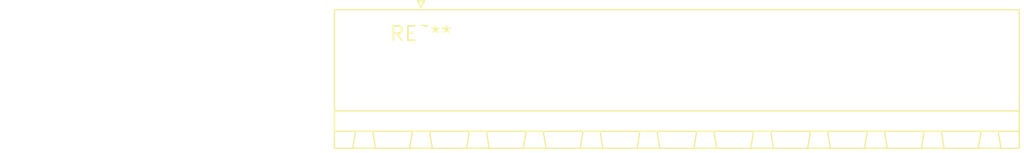
<source format=kicad_pcb>
(kicad_pcb (version 20240108) (generator pcbnew)
  (layers (0 "F.Cu" signal) (31 "B.Cu" signal) (34 "B.Paste" user) (35 "F.Paste" user) (36 "B.SilkS" user "B.Silkscreen") (37 "F.SilkS" user "F.Silkscreen") (38 "B.Mask" user) (39 "F.Mask" user) (44 "Edge.Cuts" user))
  (net 0 "")
  (footprint "PhoenixContact_MSTB_2,5_10-GF_1x10_P5.00mm_Horizontal_ThreadedFlange" (layer "F.Cu") (at 0 0)
    (property "Reference" "REF**")
    (property "Value" "PhoenixContact_MSTB_2,5_10-GF_1x10_P5.00mm_Horizontal_ThreadedFlange")
    (fp_line (start -7.61 -2.11) (end -7.61 10.11) (layer "F.SilkS") (stroke (width 0.12)))
    (fp_line (start -7.61 6.81) (end 52.61 6.81) (layer "F.SilkS") (stroke (width 0.12)))
    (fp_line (start -7.61 8.61) (end -7.61 6.81) (layer "F.SilkS") (stroke (width 0.12)))
    (fp_line (start -7.61 10.11) (end 52.61 10.11) (layer "F.SilkS") (stroke (width 0.12)))
    (fp_line (start -6 10.11) (end -4 10.11) (layer "F.SilkS") (stroke (width 0.12)))
    (fp_line (start -5.75 8.61) (end -6 10.11) (layer "F.SilkS") (stroke (width 0.12)))
    (fp_line (start -4.25 8.61) (end -5.75 8.61) (layer "F.SilkS") (stroke (width 0.12)))
    (fp_line (start -4 10.11) (end -4.25 8.61) (layer "F.SilkS") (stroke (width 0.12)))
    (fp_line (start -1 10.11) (end 1 10.11) (layer "F.SilkS") (stroke (width 0.12)))
    (fp_line (start -0.75 8.61) (end -1 10.11) (layer "F.SilkS") (stroke (width 0.12)))
    (fp_line (start -0.3 -2.91) (end 0.3 -2.91) (layer "F.SilkS") (stroke (width 0.12)))
    (fp_line (start 0 -2.31) (end -0.3 -2.91) (layer "F.SilkS") (stroke (width 0.12)))
    (fp_line (start 0.3 -2.91) (end 0 -2.31) (layer "F.SilkS") (stroke (width 0.12)))
    (fp_line (start 0.75 8.61) (end -0.75 8.61) (layer "F.SilkS") (stroke (width 0.12)))
    (fp_line (start 1 10.11) (end 0.75 8.61) (layer "F.SilkS") (stroke (width 0.12)))
    (fp_line (start 4 10.11) (end 6 10.11) (layer "F.SilkS") (stroke (width 0.12)))
    (fp_line (start 4.25 8.61) (end 4 10.11) (layer "F.SilkS") (stroke (width 0.12)))
    (fp_line (start 5.75 8.61) (end 4.25 8.61) (layer "F.SilkS") (stroke (width 0.12)))
    (fp_line (start 6 10.11) (end 5.75 8.61) (layer "F.SilkS") (stroke (width 0.12)))
    (fp_line (start 9 10.11) (end 11 10.11) (layer "F.SilkS") (stroke (width 0.12)))
    (fp_line (start 9.25 8.61) (end 9 10.11) (layer "F.SilkS") (stroke (width 0.12)))
    (fp_line (start 10.75 8.61) (end 9.25 8.61) (layer "F.SilkS") (stroke (width 0.12)))
    (fp_line (start 11 10.11) (end 10.75 8.61) (layer "F.SilkS") (stroke (width 0.12)))
    (fp_line (start 14 10.11) (end 16 10.11) (layer "F.SilkS") (stroke (width 0.12)))
    (fp_line (start 14.25 8.61) (end 14 10.11) (layer "F.SilkS") (stroke (width 0.12)))
    (fp_line (start 15.75 8.61) (end 14.25 8.61) (layer "F.SilkS") (stroke (width 0.12)))
    (fp_line (start 16 10.11) (end 15.75 8.61) (layer "F.SilkS") (stroke (width 0.12)))
    (fp_line (start 19 10.11) (end 21 10.11) (layer "F.SilkS") (stroke (width 0.12)))
    (fp_line (start 19.25 8.61) (end 19 10.11) (layer "F.SilkS") (stroke (width 0.12)))
    (fp_line (start 20.75 8.61) (end 19.25 8.61) (layer "F.SilkS") (stroke (width 0.12)))
    (fp_line (start 21 10.11) (end 20.75 8.61) (layer "F.SilkS") (stroke (width 0.12)))
    (fp_line (start 24 10.11) (end 26 10.11) (layer "F.SilkS") (stroke (width 0.12)))
    (fp_line (start 24.25 8.61) (end 24 10.11) (layer "F.SilkS") (stroke (width 0.12)))
    (fp_line (start 25.75 8.61) (end 24.25 8.61) (layer "F.SilkS") (stroke (width 0.12)))
    (fp_line (start 26 10.11) (end 25.75 8.61) (layer "F.SilkS") (stroke (width 0.12)))
    (fp_line (start 29 10.11) (end 31 10.11) (layer "F.SilkS") (stroke (width 0.12)))
    (fp_line (start 29.25 8.61) (end 29 10.11) (layer "F.SilkS") (stroke (width 0.12)))
    (fp_line (start 30.75 8.61) (end 29.25 8.61) (layer "F.SilkS") (stroke (width 0.12)))
    (fp_line (start 31 10.11) (end 30.75 8.61) (layer "F.SilkS") (stroke (width 0.12)))
    (fp_line (start 34 10.11) (end 36 10.11) (layer "F.SilkS") (stroke (width 0.12)))
    (fp_line (start 34.25 8.61) (end 34 10.11) (layer "F.SilkS") (stroke (width 0.12)))
    (fp_line (start 35.75 8.61) (end 34.25 8.61) (layer "F.SilkS") (stroke (width 0.12)))
    (fp_line (start 36 10.11) (end 35.75 8.61) (layer "F.SilkS") (stroke (width 0.12)))
    (fp_line (start 39 10.11) (end 41 10.11) (layer "F.SilkS") (stroke (width 0.12)))
    (fp_line (start 39.25 8.61) (end 39 10.11) (layer "F.SilkS") (stroke (width 0.12)))
    (fp_line (start 40.75 8.61) (end 39.25 8.61) (layer "F.SilkS") (stroke (width 0.12)))
    (fp_line (start 41 10.11) (end 40.75 8.61) (layer "F.SilkS") (stroke (width 0.12)))
    (fp_line (start 44 10.11) (end 46 10.11) (layer "F.SilkS") (stroke (width 0.12)))
    (fp_line (start 44.25 8.61) (end 44 10.11) (layer "F.SilkS") (stroke (width 0.12)))
    (fp_line (start 45.75 8.61) (end 44.25 8.61) (layer "F.SilkS") (stroke (width 0.12)))
    (fp_line (start 46 10.11) (end 45.75 8.61) (layer "F.SilkS") (stroke (width 0.12)))
    (fp_line (start 49 10.11) (end 51 10.11) (layer "F.SilkS") (stroke (width 0.12)))
    (fp_line (start 49.25 8.61) (end 49 10.11) (layer "F.SilkS") (stroke (width 0.12)))
    (fp_line (start 50.75 8.61) (end 49.25 8.61) (layer "F.SilkS") (stroke (width 0.12)))
    (fp_line (start 51 10.11) (end 50.75 8.61) (layer "F.SilkS") (stroke (width 0.12)))
    (fp_line (start 52.61 -2.11) (end -7.61 -2.11) (layer "F.SilkS") (stroke (width 0.12)))
    (fp_line (start 52.61 6.81) (end 52.61 8.61) (layer "F.SilkS") (stroke (width 0.12)))
    (fp_line (start 52.61 8.61) (end -7.61 8.61) (layer "F.SilkS") (stroke (width 0.12)))
    (fp_line (start 52.61 10.11) (end 52.61 -2.11) (layer "F.SilkS") (stroke (width 0.12)))
    (pad "1" thru_hole roundrect (at 0 0) (size 2 3.6) (drill 1.4) (layers *.Cu *.Mask) (remove_unused_layers) (roundrect_rratio 0.125))
    (pad "2" thru_hole oval (at 5 0) (size 2 3.6) (drill 1.4) (layers *.Cu *.Mask) (remove_unused_layers))
    (pad "3" thru_hole oval (at 10 0) (size 2 3.6) (drill 1.4) (layers *.Cu *.Mask) (remove_unused_layers))
    (pad "4" thru_hole oval (at 15 0) (size 2 3.6) (drill 1.4) (layers *.Cu *.Mask) (remove_unused_layers))
    (pad "5" thru_hole oval (at 20 0) (size 2 3.6) (drill 1.4) (layers *.Cu *.Mask) (remove_unused_layers))
    (pad "6" thru_hole oval (at 25 0) (size 2 3.6) (drill 1.4) (layers *.Cu *.Mask) (remove_unused_layers))
    (pad "7" thru_hole oval (at 30 0) (size 2 3.6) (drill 1.4) (layers *.Cu *.Mask) (remove_unused_layers))
    (pad "8" thru_hole oval (at 35 0) (size 2 3.6) (drill 1.4) (layers *.Cu *.Mask) (remove_unused_layers))
    (pad "9" thru_hole oval (at 40 0) (size 2 3.6) (drill 1.4) (layers *.Cu *.Mask) (remove_unused_layers))
    (pad "10" thru_hole oval (at 45 0) (size 2 3.6) (drill 1.4) (layers *.Cu *.Mask) (remove_unused_layers))
  )
)
</source>
